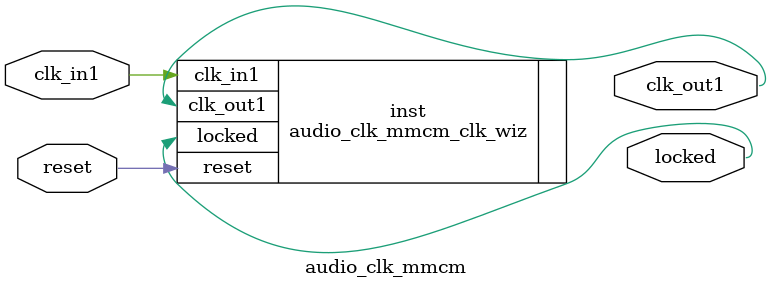
<source format=v>


`timescale 1ps/1ps

(* CORE_GENERATION_INFO = "audio_clk_mmcm,clk_wiz_v5_3_2_0,{component_name=audio_clk_mmcm,use_phase_alignment=true,use_min_o_jitter=false,use_max_i_jitter=false,use_dyn_phase_shift=false,use_inclk_switchover=false,use_dyn_reconfig=false,enable_axi=0,feedback_source=FDBK_AUTO,PRIMITIVE=MMCM,num_out_clk=1,clkin1_period=8.0,clkin2_period=10.0,use_power_down=false,use_reset=true,use_locked=true,use_inclk_stopped=false,feedback_type=SINGLE,CLOCK_MGR_TYPE=NA,manual_override=false}" *)

module audio_clk_mmcm 
 (
  // Clock out ports
  output        clk_out1,
  // Status and control signals
  input         reset,
  output        locked,
 // Clock in ports
  input         clk_in1
 );

  audio_clk_mmcm_clk_wiz inst
  (
  // Clock out ports  
  .clk_out1(clk_out1),
  // Status and control signals               
  .reset(reset), 
  .locked(locked),
 // Clock in ports
  .clk_in1(clk_in1)
  );

endmodule

</source>
